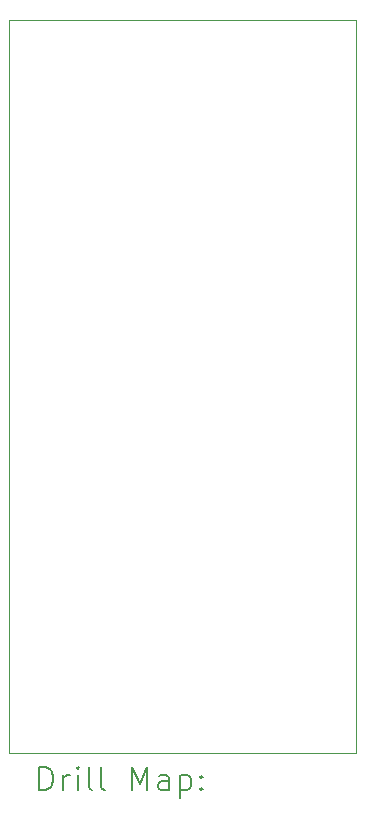
<source format=gbr>
%TF.GenerationSoftware,KiCad,Pcbnew,8.0.8*%
%TF.CreationDate,2025-02-25T12:41:27-05:00*%
%TF.ProjectId,pcb1,70636231-2e6b-4696-9361-645f70636258,rev?*%
%TF.SameCoordinates,Original*%
%TF.FileFunction,Drillmap*%
%TF.FilePolarity,Positive*%
%FSLAX45Y45*%
G04 Gerber Fmt 4.5, Leading zero omitted, Abs format (unit mm)*
G04 Created by KiCad (PCBNEW 8.0.8) date 2025-02-25 12:41:27*
%MOMM*%
%LPD*%
G01*
G04 APERTURE LIST*
%ADD10C,0.050000*%
%ADD11C,0.200000*%
G04 APERTURE END LIST*
D10*
X9961880Y-3733800D02*
X12898120Y-3733800D01*
X12898120Y-9944100D01*
X9961880Y-9944100D01*
X9961880Y-3733800D01*
D11*
X10220157Y-10258084D02*
X10220157Y-10058084D01*
X10220157Y-10058084D02*
X10267776Y-10058084D01*
X10267776Y-10058084D02*
X10296347Y-10067608D01*
X10296347Y-10067608D02*
X10315395Y-10086655D01*
X10315395Y-10086655D02*
X10324919Y-10105703D01*
X10324919Y-10105703D02*
X10334443Y-10143798D01*
X10334443Y-10143798D02*
X10334443Y-10172370D01*
X10334443Y-10172370D02*
X10324919Y-10210465D01*
X10324919Y-10210465D02*
X10315395Y-10229512D01*
X10315395Y-10229512D02*
X10296347Y-10248560D01*
X10296347Y-10248560D02*
X10267776Y-10258084D01*
X10267776Y-10258084D02*
X10220157Y-10258084D01*
X10420157Y-10258084D02*
X10420157Y-10124750D01*
X10420157Y-10162846D02*
X10429681Y-10143798D01*
X10429681Y-10143798D02*
X10439204Y-10134274D01*
X10439204Y-10134274D02*
X10458252Y-10124750D01*
X10458252Y-10124750D02*
X10477300Y-10124750D01*
X10543966Y-10258084D02*
X10543966Y-10124750D01*
X10543966Y-10058084D02*
X10534443Y-10067608D01*
X10534443Y-10067608D02*
X10543966Y-10077131D01*
X10543966Y-10077131D02*
X10553490Y-10067608D01*
X10553490Y-10067608D02*
X10543966Y-10058084D01*
X10543966Y-10058084D02*
X10543966Y-10077131D01*
X10667776Y-10258084D02*
X10648728Y-10248560D01*
X10648728Y-10248560D02*
X10639204Y-10229512D01*
X10639204Y-10229512D02*
X10639204Y-10058084D01*
X10772538Y-10258084D02*
X10753490Y-10248560D01*
X10753490Y-10248560D02*
X10743966Y-10229512D01*
X10743966Y-10229512D02*
X10743966Y-10058084D01*
X11001109Y-10258084D02*
X11001109Y-10058084D01*
X11001109Y-10058084D02*
X11067776Y-10200941D01*
X11067776Y-10200941D02*
X11134443Y-10058084D01*
X11134443Y-10058084D02*
X11134443Y-10258084D01*
X11315395Y-10258084D02*
X11315395Y-10153322D01*
X11315395Y-10153322D02*
X11305871Y-10134274D01*
X11305871Y-10134274D02*
X11286823Y-10124750D01*
X11286823Y-10124750D02*
X11248728Y-10124750D01*
X11248728Y-10124750D02*
X11229681Y-10134274D01*
X11315395Y-10248560D02*
X11296347Y-10258084D01*
X11296347Y-10258084D02*
X11248728Y-10258084D01*
X11248728Y-10258084D02*
X11229681Y-10248560D01*
X11229681Y-10248560D02*
X11220157Y-10229512D01*
X11220157Y-10229512D02*
X11220157Y-10210465D01*
X11220157Y-10210465D02*
X11229681Y-10191417D01*
X11229681Y-10191417D02*
X11248728Y-10181893D01*
X11248728Y-10181893D02*
X11296347Y-10181893D01*
X11296347Y-10181893D02*
X11315395Y-10172370D01*
X11410633Y-10124750D02*
X11410633Y-10324750D01*
X11410633Y-10134274D02*
X11429681Y-10124750D01*
X11429681Y-10124750D02*
X11467776Y-10124750D01*
X11467776Y-10124750D02*
X11486823Y-10134274D01*
X11486823Y-10134274D02*
X11496347Y-10143798D01*
X11496347Y-10143798D02*
X11505871Y-10162846D01*
X11505871Y-10162846D02*
X11505871Y-10219989D01*
X11505871Y-10219989D02*
X11496347Y-10239036D01*
X11496347Y-10239036D02*
X11486823Y-10248560D01*
X11486823Y-10248560D02*
X11467776Y-10258084D01*
X11467776Y-10258084D02*
X11429681Y-10258084D01*
X11429681Y-10258084D02*
X11410633Y-10248560D01*
X11591585Y-10239036D02*
X11601109Y-10248560D01*
X11601109Y-10248560D02*
X11591585Y-10258084D01*
X11591585Y-10258084D02*
X11582062Y-10248560D01*
X11582062Y-10248560D02*
X11591585Y-10239036D01*
X11591585Y-10239036D02*
X11591585Y-10258084D01*
X11591585Y-10134274D02*
X11601109Y-10143798D01*
X11601109Y-10143798D02*
X11591585Y-10153322D01*
X11591585Y-10153322D02*
X11582062Y-10143798D01*
X11582062Y-10143798D02*
X11591585Y-10134274D01*
X11591585Y-10134274D02*
X11591585Y-10153322D01*
M02*

</source>
